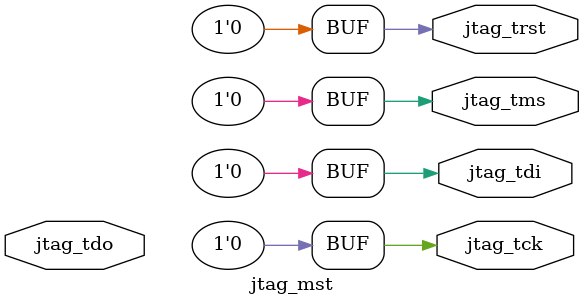
<source format=sv>
`timescale 1ns / 10ps

module jtag_mst #(
    parameter   JTAG_PERIOD = 1000,
    parameter   JTAG_IRLEN = 4)
(
  output logic   jtag_trst,
  output logic   jtag_tck,
  output logic   jtag_tms,
  output logic   jtag_tdi,
  input wire     jtag_tdo

);

`include "inc_jtag.v"


initial
begin

    jtag_trst = 1'b0;
    #5
    jtag_trst = 1'b1;
    #5
    jtag_trst = 1'b0;
    
    jtag_tdi = 1'b0;
    jtag_tms = 1'b0;
    jtag_tck = 1'b0;


   
end

endmodule : jtag_mst


</source>
